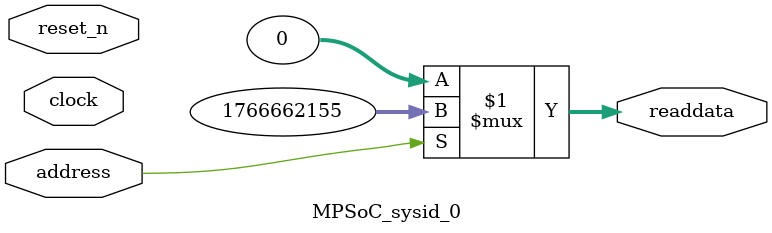
<source format=v>

`timescale 1ns / 1ps
// synthesis translate_on

// turn off superfluous verilog processor warnings 
// altera message_level Level1 
// altera message_off 10034 10035 10036 10037 10230 10240 10030 

module MPSoC_sysid_0 (
               // inputs:
                address,
                clock,
                reset_n,

               // outputs:
                readdata
             )
;

  output  [ 31: 0] readdata;
  input            address;
  input            clock;
  input            reset_n;

  wire    [ 31: 0] readdata;
  //control_slave, which is an e_avalon_slave
  assign readdata = address ? 1766662155 : 0;

endmodule




</source>
